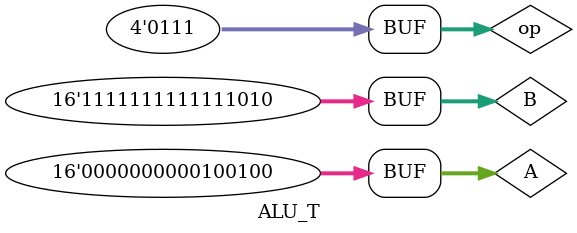
<source format=v>
`timescale 1ns / 1ps


module ALU_T;

	// Inputs
	reg [15:0] A;
	reg [15:0] B;
	reg [3:0] op;

	// Outputs
	wire [15:0] out;
	wire [2:0] comp;

	// Instantiate the Unit Under Test (UUT)
	ALU uut (
		.A(A), 
		.B(B), 
		.out(out), 
		.op(op), 
		.comp(comp)
	);

	initial begin
		// Initialize Inputs
		op = 4'b0001;//sub
		A = 16'b0000000000000101;//5
		B = 16'b0000000000000010;//4
		//expected_comp = 3'b100;
		#100;
		A = 16'b0000000000000010;//4
		B = 16'b0000000000000101;//5
		//expected_comp = 3'b001;
		#100;
		A = 16'b0000000000000101;//5 
		B = 16'b0000000000000101;//5  		
		//expected_comp = 3'b010;
		#100
		A = 16'b1111111111111011;//-5
		B = 16'b1111111111111010;//-6
		//expected_comp = 3'b100;
		#100;
		A = 116'b1111111111111010;//-6
		B = 16'b1111111111111011;//-5
		//expected_comp = 3'b001;
		#100;
		A = 16'b0000000000000010;//4
		B = 16'b1111111111111010;//-6
		//expected_comp = 3'b100;
		#100;
		A = 16'b1111111111111010;//-6
		B = 16'b0000000000000010;//4
		//expected_comp = 3'b001;
		#100;
		A = 16'b1111111111111010;//-6
		B = 16'b1111111111111010;//-6
		//expected_comp = 3'b001;
		#100;
		op = 4'b0110;
		#100;
		op = 4'b0111;
		A = 16'b0000000000100100;//36 
		B = 16'b1111111111111010;//-6
	end
      
endmodule


</source>
